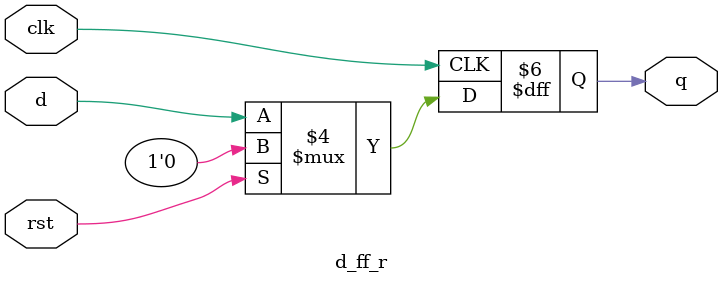
<source format=v>
module d_ff_r(//高电平有效的异步复位
    input d,clk,rst,
    output reg q
);
    always @(posedge clk) begin
        if(rst==1)
            q<=1'b0;
        else
            q<=d;
    end
endmodule //数电实验3-5
</source>
